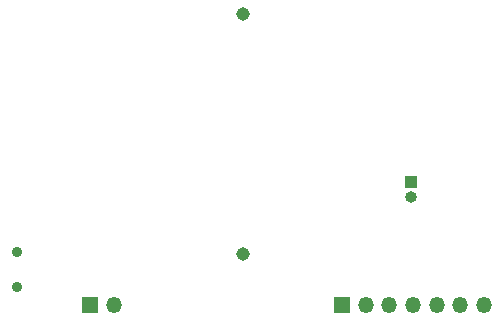
<source format=gbr>
G04 #@! TF.FileFunction,Soldermask,Bot*
%FSLAX46Y46*%
G04 Gerber Fmt 4.6, Leading zero omitted, Abs format (unit mm)*
G04 Created by KiCad (PCBNEW 4.0.6) date 06/29/17 03:27:00*
%MOMM*%
%LPD*%
G01*
G04 APERTURE LIST*
%ADD10C,0.100000*%
%ADD11C,1.143000*%
%ADD12R,1.000000X1.000000*%
%ADD13O,1.000000X1.000000*%
%ADD14C,0.900000*%
%ADD15R,1.350000X1.350000*%
%ADD16O,1.350000X1.350000*%
G04 APERTURE END LIST*
D10*
D11*
X195580000Y-60960000D03*
X195580000Y-81280000D03*
D12*
X209804000Y-75184000D03*
D13*
X209804000Y-76454000D03*
D14*
X176454000Y-81050000D03*
X176454000Y-84050000D03*
D15*
X182626000Y-85598000D03*
D16*
X184626000Y-85598000D03*
D15*
X203962000Y-85598000D03*
D16*
X205962000Y-85598000D03*
X207962000Y-85598000D03*
X209962000Y-85598000D03*
X211962000Y-85598000D03*
X213962000Y-85598000D03*
X215962000Y-85598000D03*
M02*

</source>
